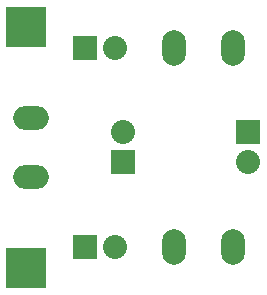
<source format=gbs>
%FSLAX34Y34*%
G04 Gerber Fmt 3.4, Leading zero omitted, Abs format*
G04 (created by PCBNEW (2014-03-19 BZR 4756)-product) date Sun 06 Jul 2014 23:01:42 BST*
%MOIN*%
G01*
G70*
G90*
G04 APERTURE LIST*
%ADD10C,0.005906*%
%ADD11R,0.080000X0.080000*%
%ADD12O,0.080000X0.080000*%
%ADD13O,0.078700X0.118700*%
%ADD14O,0.118700X0.078700*%
%ADD15R,0.133900X0.133900*%
G04 APERTURE END LIST*
G54D10*
G54D11*
X55275Y-44303D03*
G54D12*
X55275Y-45303D03*
G54D11*
X49814Y-41496D03*
G54D12*
X50814Y-41496D03*
G54D11*
X49814Y-48110D03*
G54D12*
X50814Y-48110D03*
G54D11*
X51102Y-45303D03*
G54D12*
X51102Y-44303D03*
G54D13*
X52795Y-41496D03*
X54763Y-41496D03*
X54763Y-48110D03*
X52795Y-48110D03*
G54D14*
X48031Y-45787D03*
X48031Y-43819D03*
G54D15*
X47874Y-40787D03*
X47874Y-48818D03*
M02*

</source>
